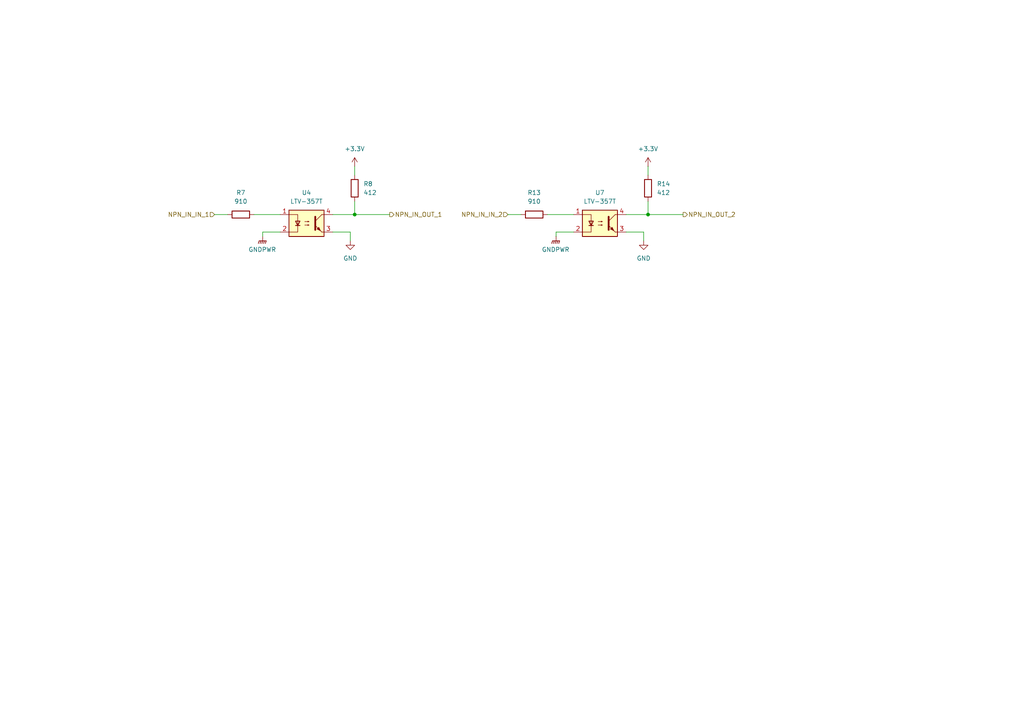
<source format=kicad_sch>
(kicad_sch (version 20250114) (generator "eeschema") (generator_version "9.0")
  (paper "A4")
  (lib_symbols
    (symbol "Device:R" (pin_numbers (hide yes)) (pin_names (offset 0))
      (property "Reference" "R" (at 2.032 0 90))
      (property "Value" "R" (at 0 0 90))
      (symbol "R_0_1"
        (rectangle (start -1.016 -2.54) (end 1.016 2.54) (stroke (width 0.254)))
      )
      (symbol "R_1_1"
        (pin passive line (at 0 3.81 270) (length 1.27) (name "~") (number "1"))
        (pin passive line (at 0 -3.81 90) (length 1.27) (name "~") (number "2"))
      )
    )
    (symbol "Isolator:LTV-357T" (pin_names (offset 1.016))
      (property "Reference" "U" (at -5.334 4.826 0))
      (property "Value" "LTV-357T" (at 0 5.08 0))
      (symbol "LTV-357T_0_1"
        (rectangle (start -5.08 3.81) (end 5.08 -3.81) (stroke (width 0.254)) (fill (type background)))
        (polyline (pts (xy -5.08 2.54) (xy -2.54 2.54) (xy -2.54 -0.762)))
        (polyline (pts (xy -3.175 -0.635) (xy -1.905 -0.635)) (stroke (width 0.254)))
        (polyline (pts (xy -2.54 -0.635) (xy -2.54 -2.54) (xy -5.08 -2.54)))
        (polyline (pts (xy -2.54 -0.635) (xy -3.175 0.635) (xy -1.905 0.635) (xy -2.54 -0.635)) (stroke (width 0.254)))
        (polyline (pts (xy -0.508 0.508) (xy 0.762 0.508) (xy 0.381 0.381) (xy 0.381 0.635) (xy 0.762 0.508)))
        (polyline (pts (xy -0.508 -0.508) (xy 0.762 -0.508) (xy 0.381 -0.635) (xy 0.381 -0.381) (xy 0.762 -0.508)))
        (polyline (pts (xy 2.54 1.905) (xy 2.54 -1.905)) (stroke (width 0.508)))
        (polyline (pts (xy 2.54 0.635) (xy 4.445 2.54)))
        (polyline (pts (xy 3.048 -1.651) (xy 3.556 -1.143) (xy 4.064 -2.159) (xy 3.048 -1.651)) (fill (type outline)))
        (polyline (pts (xy 4.445 2.54) (xy 5.08 2.54)))
        (polyline (pts (xy 4.445 -2.54) (xy 2.54 -0.635)) (fill (type outline)))
        (polyline (pts (xy 4.445 -2.54) (xy 5.08 -2.54)))
      )
      (symbol "LTV-357T_1_1"
        (pin passive line (at -7.62 2.54 0) (length 2.54) (name "~") (number "1"))
        (pin passive line (at -7.62 -2.54 0) (length 2.54) (name "~") (number "2"))
        (pin passive line (at 7.62 2.54 180) (length 2.54) (name "~") (number "4"))
        (pin passive line (at 7.62 -2.54 180) (length 2.54) (name "~") (number "3"))
      )
    )
    (symbol "power:+3.3V" (power) (pin_numbers (hide yes)) (pin_names (offset 0) (hide yes))
      (property "Value" "+3.3V" (at 0 3.556 0))
      (symbol "+3.3V_0_1"
        (polyline (pts (xy -0.762 1.27) (xy 0 2.54)))
        (polyline (pts (xy 0 2.54) (xy 0.762 1.27)))
        (polyline (pts (xy 0 0) (xy 0 2.54)))
      )
      (symbol "+3.3V_1_1"
        (pin power_in line (at 0 0 90) (length 0) (name "~") (number "1"))
      )
    )
    (symbol "power:GND" (power) (pin_numbers (hide yes)) (pin_names (offset 0) (hide yes))
      (property "Value" "GND" (at 0 -3.81 0))
      (symbol "GND_0_1"
        (polyline (pts (xy 0 0) (xy 0 -1.27) (xy 1.27 -1.27) (xy 0 -2.54) (xy -1.27 -1.27) (xy 0 -1.27)))
      )
      (symbol "GND_1_1"
        (pin power_in line (at 0 0 270) (length 0) (name "~") (number "1"))
      )
    )
    (symbol "power:GNDPWR" (power) (pin_numbers (hide yes)) (pin_names (offset 0) (hide yes))
      (property "Value" "GNDPWR" (at 0 -3.302 0))
      (symbol "GNDPWR_0_1"
        (polyline (pts (xy -1.016 -1.27) (xy -1.27 -2.032) (xy -1.27 -2.032)) (stroke (width 0.2032)))
        (polyline (pts (xy -0.508 -1.27) (xy -0.762 -2.032) (xy -0.762 -2.032)) (stroke (width 0.2032)))
        (polyline (pts (xy 0 -1.27) (xy 0 0)))
        (polyline (pts (xy 0 -1.27) (xy -0.254 -2.032) (xy -0.254 -2.032)) (stroke (width 0.2032)))
        (polyline (pts (xy 0.508 -1.27) (xy 0.254 -2.032) (xy 0.254 -2.032)) (stroke (width 0.2032)))
        (polyline (pts (xy 1.016 -1.27) (xy -1.016 -1.27) (xy -1.016 -1.27)) (stroke (width 0.2032)))
        (polyline (pts (xy 1.016 -1.27) (xy 0.762 -2.032) (xy 0.762 -2.032) (xy 0.762 -2.032)) (stroke (width 0.2032)))
      )
      (symbol "GNDPWR_1_1"
        (pin power_in line (at 0 0 270) (length 0) (name "~") (number "1"))
      )
    )
  )
  (junction (at 187.96 62.23))
  (junction (at 102.87 62.23))
  (wire (pts (xy 161.29 67.31) (xy 166.37 67.31)))
  (wire (pts (xy 76.2 67.31) (xy 81.28 67.31)))
  (wire (pts (xy 62.23 62.23) (xy 66.04 62.23)))
  (wire (pts (xy 73.66 62.23) (xy 81.28 62.23)))
  (wire (pts (xy 181.61 62.23) (xy 187.96 62.23)))
  (wire (pts (xy 102.87 62.23) (xy 102.87 58.42)))
  (wire (pts (xy 186.69 67.31) (xy 186.69 69.85)))
  (wire (pts (xy 187.96 48.26) (xy 187.96 50.8)))
  (wire (pts (xy 102.87 62.23) (xy 113.03 62.23)))
  (wire (pts (xy 76.2 68.58) (xy 76.2 67.31)))
  (wire (pts (xy 101.6 67.31) (xy 101.6 69.85)))
  (wire (pts (xy 181.61 67.31) (xy 186.69 67.31)))
  (wire (pts (xy 161.29 68.58) (xy 161.29 67.31)))
  (wire (pts (xy 147.32 62.23) (xy 151.13 62.23)))
  (wire (pts (xy 187.96 62.23) (xy 187.96 58.42)))
  (wire (pts (xy 96.52 67.31) (xy 101.6 67.31)))
  (wire (pts (xy 96.52 62.23) (xy 102.87 62.23)))
  (wire (pts (xy 158.75 62.23) (xy 166.37 62.23)))
  (wire (pts (xy 187.96 62.23) (xy 198.12 62.23)))
  (wire (pts (xy 102.87 48.26) (xy 102.87 50.8)))
  (hierarchical_label "NPN_IN_OUT_1" (shape output) (at 113.03 62.23 0))
  (hierarchical_label "NPN_IN_IN_1" (shape input) (at 62.23 62.23 180))
  (hierarchical_label "NPN_IN_IN_2" (shape input) (at 147.32 62.23 180))
  (hierarchical_label "NPN_IN_OUT_2" (shape output) (at 198.12 62.23 0))
  (symbol (lib_id "Isolator:LTV-357T") (at 173.99 64.77 0) (unit 1)
    (property "Reference" "U7" (at 173.99 55.88 0))
    (property "Value" "LTV-357T" (at 173.99 58.42 0))
    (property "Footprint" "Package_SO:SO-4_4.4x3.6mm_P2.54mm" (effects (hide yes)))
    (property "Datasheet" "https://www.buerklin.com/medias/sys_master/download/download/h91/ha0/8892020588574.pdf" (effects (hide yes)))
    (property "Description" "DC Optocoupler, Vce 35V, CTR 50%, SO-4" (effects (hide yes)))
  )
  (symbol (lib_id "power:+3.3V") (at 187.96 48.26 0) (unit 1)
    (property "Reference" "#PWR030" (effects (hide yes)))
    (property "Value" "+3.3V" (at 187.96 43.18 0))
    (property "Description" "Power symbol creates a global label with name \"+3.3V\"" (effects (hide yes)))
  )
  (symbol (lib_id "Device:R") (at 187.96 54.61 0) (unit 1)
    (property "Reference" "R14" (at 190.5 53.3399 0) (effects (justify left)))
    (property "Value" "412" (at 190.5 55.8799 0) (effects (justify left)))
    (property "Description" "Resistor" (effects (hide yes)))
  )
  (symbol (lib_id "Device:R") (at 102.87 54.61 0) (unit 1)
    (property "Reference" "R8" (at 105.41 53.3399 0) (effects (justify left)))
    (property "Value" "412" (at 105.41 55.8799 0) (effects (justify left)))
    (property "Description" "Resistor" (effects (hide yes)))
  )
  (symbol (lib_id "power:GNDPWR") (at 76.2 68.58 0) (unit 1)
    (property "Reference" "#PWR023" (effects (hide yes)))
    (property "Value" "GNDPWR" (at 76.073 72.39 0))
    (property "Description" "Power symbol creates a global label with name \"GNDPWR\" , global ground" (effects (hide yes)))
  )
  (symbol (lib_id "Isolator:LTV-357T") (at 88.9 64.77 0) (unit 1)
    (property "Reference" "U4" (at 88.9 55.88 0))
    (property "Value" "LTV-357T" (at 88.9 58.42 0))
    (property "Footprint" "Package_SO:SO-4_4.4x3.6mm_P2.54mm" (effects (hide yes)))
    (property "Datasheet" "https://www.buerklin.com/medias/sys_master/download/download/h91/ha0/8892020588574.pdf" (effects (hide yes)))
    (property "Description" "DC Optocoupler, Vce 35V, CTR 50%, SO-4" (effects (hide yes)))
  )
  (symbol (lib_id "Device:R") (at 154.94 62.23 90) (unit 1)
    (property "Reference" "R13" (at 154.94 55.88 90))
    (property "Value" "910" (at 154.94 58.42 90))
    (property "Description" "Resistor" (effects (hide yes)))
  )
  (symbol (lib_id "power:+3.3V") (at 102.87 48.26 0) (unit 1)
    (property "Reference" "#PWR034" (effects (hide yes)))
    (property "Value" "+3.3V" (at 102.87 43.18 0))
    (property "Description" "Power symbol creates a global label with name \"+3.3V\"" (effects (hide yes)))
  )
  (symbol (lib_id "power:GNDPWR") (at 161.29 68.58 0) (unit 1)
    (property "Reference" "#PWR028" (effects (hide yes)))
    (property "Value" "GNDPWR" (at 161.163 72.39 0))
    (property "Description" "Power symbol creates a global label with name \"GNDPWR\" , global ground" (effects (hide yes)))
  )
  (symbol (lib_id "power:GND") (at 101.6 69.85 0) (unit 1)
    (property "Reference" "#PWR033" (effects (hide yes)))
    (property "Value" "GND" (at 101.6 74.93 0))
    (property "Description" "Power symbol creates a global label with name \"GND\" , ground" (effects (hide yes)))
  )
  (symbol (lib_id "Device:R") (at 69.85 62.23 90) (unit 1)
    (property "Reference" "R7" (at 69.85 55.88 90))
    (property "Value" "910" (at 69.85 58.42 90))
    (property "Description" "Resistor" (effects (hide yes)))
  )
  (symbol (lib_id "power:GND") (at 186.69 69.85 0) (unit 1)
    (property "Reference" "#PWR029" (effects (hide yes)))
    (property "Value" "GND" (at 186.69 74.93 0))
    (property "Description" "Power symbol creates a global label with name \"GND\" , ground" (effects (hide yes)))
  )
)
</source>
